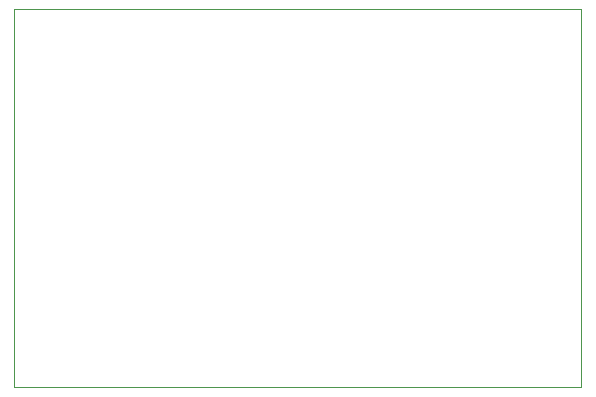
<source format=gbp>
G04 #@! TF.GenerationSoftware,KiCad,Pcbnew,9.0.2*
G04 #@! TF.CreationDate,2025-08-04T18:18:05+01:00*
G04 #@! TF.ProjectId,mito,6d69746f-2e6b-4696-9361-645f70636258,rev?*
G04 #@! TF.SameCoordinates,Original*
G04 #@! TF.FileFunction,Paste,Bot*
G04 #@! TF.FilePolarity,Positive*
%FSLAX46Y46*%
G04 Gerber Fmt 4.6, Leading zero omitted, Abs format (unit mm)*
G04 Created by KiCad (PCBNEW 9.0.2) date 2025-08-04 18:18:05*
%MOMM*%
%LPD*%
G01*
G04 APERTURE LIST*
G04 #@! TA.AperFunction,Profile*
%ADD10C,0.050000*%
G04 #@! TD*
G04 APERTURE END LIST*
D10*
X133000000Y-86000000D02*
X181000000Y-86000000D01*
X181000000Y-118000000D01*
X133000000Y-118000000D01*
X133000000Y-86000000D01*
M02*

</source>
